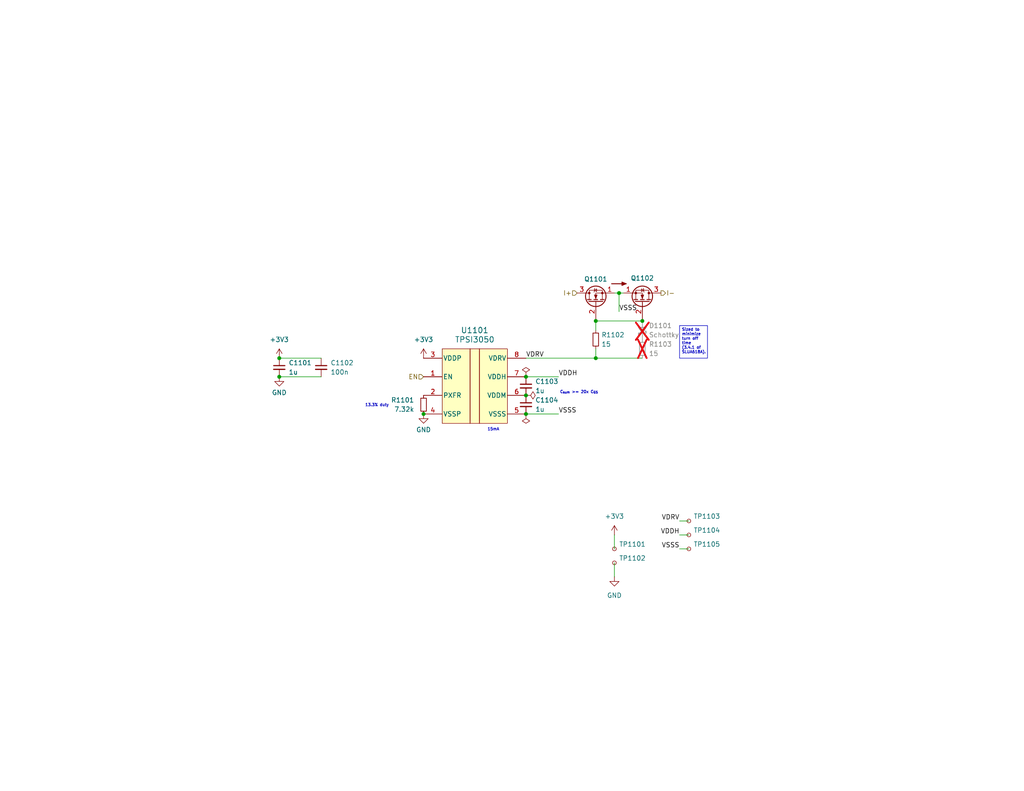
<source format=kicad_sch>
(kicad_sch (version 20231120) (generator "eeschema") (generator_version "8.0")
  (paper "USLetter")
  (title_block (title "Mighty MPPT") (date "2024-08-31") (rev "v0.1.0rc") (comment 1 "Matthew Yu") (comment 2 "Jacob Pustilnik"))
  (lib_symbols
    (symbol "Connector:TestPoint_Small" (pin_numbers hide) (pin_names (offset 0.762) hide)
      (property "Reference" "TP" (at 0 3.81 0))
      (property "Value" "TestPoint_Small" (at 0 2.032 0))
      (symbol "TestPoint_Small_0_1"
        (circle (center 0 0) (radius 0.508))
      )
      (symbol "TestPoint_Small_1_1"
        (pin passive line (at 0 0 90) (length 0) (name "1") (number "1"))
      )
    )
    (symbol "Device:C_Small" (pin_numbers hide) (pin_names (offset 0.254) hide)
      (property "Reference" "C" (at 0.254 1.778 0))
      (property "Value" "C_Small" (at 0.254 -2.032 0))
      (symbol "C_Small_0_1"
        (polyline (pts (xy -1.524 -0.508) (xy 1.524 -0.508)) (stroke (width 0.3302)))
        (polyline (pts (xy -1.524 0.508) (xy 1.524 0.508)) (stroke (width 0.3048)))
      )
      (symbol "C_Small_1_1"
        (pin passive line (at 0 2.54 270) (length 2.032) (name "~") (number "1"))
        (pin passive line (at 0 -2.54 90) (length 2.032) (name "~") (number "2"))
      )
    )
    (symbol "Device:D_Schottky_Small" (pin_numbers hide) (pin_names (offset 0.254) hide)
      (property "Reference" "D" (at -1.27 2.032 0))
      (property "Value" "D_Schottky_Small" (at -7.112 -2.032 0))
      (symbol "D_Schottky_Small_0_1"
        (polyline (pts (xy -0.762 0) (xy 0.762 0)))
        (polyline (pts (xy 0.762 -1.016) (xy -0.762 0) (xy 0.762 1.016) (xy 0.762 -1.016)) (stroke (width 0.254)))
        (polyline (pts (xy -1.27 0.762) (xy -1.27 1.016) (xy -0.762 1.016) (xy -0.762 -1.016) (xy -0.254 -1.016) (xy -0.254 -0.762)) (stroke (width 0.254)))
      )
      (symbol "D_Schottky_Small_1_1"
        (pin passive line (at -2.54 0 0) (length 1.778) (name "K") (number "1"))
        (pin passive line (at 2.54 0 180) (length 1.778) (name "A") (number "2"))
      )
    )
    (symbol "Device:Q_NMOS_SGD" (pin_names (offset 0) hide)
      (property "Reference" "Q" (at 5.08 1.27 0))
      (property "Value" "Q_NMOS_SGD" (at 5.08 -1.27 0))
      (symbol "Q_NMOS_SGD_0_1"
        (polyline (pts (xy 0.254 0) (xy -2.54 0)))
        (polyline (pts (xy 0.254 1.905) (xy 0.254 -1.905)) (stroke (width 0.254)))
        (polyline (pts (xy 0.762 -1.27) (xy 0.762 -2.286)) (stroke (width 0.254)))
        (polyline (pts (xy 0.762 0.508) (xy 0.762 -0.508)) (stroke (width 0.254)))
        (polyline (pts (xy 0.762 2.286) (xy 0.762 1.27)) (stroke (width 0.254)))
        (polyline (pts (xy 2.54 2.54) (xy 2.54 1.778)))
        (polyline (pts (xy 2.54 -2.54) (xy 2.54 0) (xy 0.762 0)))
        (polyline (pts (xy 0.762 -1.778) (xy 3.302 -1.778) (xy 3.302 1.778) (xy 0.762 1.778)))
        (polyline (pts (xy 1.016 0) (xy 2.032 0.381) (xy 2.032 -0.381) (xy 1.016 0)) (fill (type outline)))
        (polyline (pts (xy 2.794 0.508) (xy 2.921 0.381) (xy 3.683 0.381) (xy 3.81 0.254)))
        (polyline (pts (xy 3.302 0.381) (xy 2.921 -0.254) (xy 3.683 -0.254) (xy 3.302 0.381)))
        (circle (center 1.651 0) (radius 2.794) (stroke (width 0.254)))
        (circle (center 2.54 -1.778) (radius 0.254) (fill (type outline)))
        (circle (center 2.54 1.778) (radius 0.254) (fill (type outline)))
      )
      (symbol "Q_NMOS_SGD_1_1"
        (pin passive line (at 2.54 -5.08 90) (length 2.54) (name "S") (number "1"))
        (pin input line (at -5.08 0 0) (length 5.08) (name "G") (number "2"))
        (pin passive line (at 2.54 5.08 270) (length 2.54) (name "D") (number "3"))
      )
    )
    (symbol "Device:R_Small" (pin_numbers hide) (pin_names (offset 0.254) hide)
      (property "Reference" "R" (at 0.762 0.508 0))
      (property "Value" "R_Small" (at 0.762 -1.016 0))
      (symbol "R_Small_0_1"
        (rectangle (start -0.762 1.778) (end 0.762 -1.778) (stroke (width 0.2032)))
      )
      (symbol "R_Small_1_1"
        (pin passive line (at 0 2.54 270) (length 0.762) (name "~") (number "1"))
        (pin passive line (at 0 -2.54 90) (length 0.762) (name "~") (number "2"))
      )
    )
    (symbol "Graphic:SYM_Arrow_Small" (in_bom no) (on_board no)
      (symbol "SYM_Arrow_Small_0_1"
        (polyline (pts (xy 1.524 0) (xy -2.032 0)) (stroke (width 0.254)))
        (polyline (pts (xy 2.032 0) (xy 0.762 -0.508) (xy 0.762 0.508) (xy 2.032 0)) (fill (type outline)))
      )
    )
    (symbol "power:+3V3" (power) (pin_numbers hide) (pin_names (offset 0) hide)
      (property "Value" "+3V3" (at 0 3.556 0))
      (symbol "+3V3_0_1"
        (polyline (pts (xy -0.762 1.27) (xy 0 2.54)))
        (polyline (pts (xy 0 0) (xy 0 2.54)))
        (polyline (pts (xy 0 2.54) (xy 0.762 1.27)))
      )
      (symbol "+3V3_1_1"
        (pin power_in line (at 0 0 90) (length 0) (name "~") (number "1"))
      )
    )
    (symbol "power:GND" (power) (pin_numbers hide) (pin_names (offset 0) hide)
      (property "Value" "GND" (at 0 -3.81 0))
      (symbol "GND_0_1"
        (polyline (pts (xy 0 0) (xy 0 -1.27) (xy 1.27 -1.27) (xy 0 -2.54) (xy -1.27 -1.27) (xy 0 -1.27)))
      )
      (symbol "GND_1_1"
        (pin power_in line (at 0 0 270) (length 0) (name "~") (number "1"))
      )
    )
    (symbol "power:PWR_FLAG" (power) (pin_numbers hide) (pin_names (offset 0) hide)
      (property "Value" "PWR_FLAG" (at 0 3.81 0))
      (symbol "PWR_FLAG_0_0"
        (pin power_out line (at 0 0 90) (length 0) (name "~") (number "1"))
      )
      (symbol "PWR_FLAG_0_1"
        (polyline (pts (xy 0 0) (xy 0 1.27) (xy -1.016 1.905) (xy 0 2.54) (xy 1.016 1.905) (xy 0 1.27)))
      )
    )
    (symbol "ti_TPS3050:TPSI3050QDWZRQ1" (pin_names (offset 0.254))
      (property "Reference" "U" (at 0 14.478 0))
      (property "Value" "TPSI3050" (at 0 11.938 0))
      (symbol "TPSI3050QDWZRQ1_0_1"
        (polyline (pts (xy -1.27 10.16) (xy -1.27 -10.16)) (stroke (width 0.2032)))
        (polyline (pts (xy 1.27 10.16) (xy 1.27 -10.16)) (stroke (width 0.2032)))
        (pin input line (at -13.97 2.54 0) (length 5.08) (name "EN") (number "1"))
        (pin power_in line (at -13.97 7.62 0) (length 5.08) (name "VDDP") (number "3"))
        (pin power_in line (at -13.97 -7.62 0) (length 5.08) (name "VSSP") (number "4"))
        (pin power_in line (at 13.97 -7.62 180) (length 5.08) (name "VSSS") (number "5"))
        (pin power_in line (at 13.97 -2.54 180) (length 5.08) (name "VDDM") (number "6"))
        (pin power_in line (at 13.97 2.54 180) (length 5.08) (name "VDDH") (number "7"))
      )
      (symbol "TPSI3050QDWZRQ1_1_1"
        (rectangle (start -8.89 10.16) (end 8.89 -10.16) (fill (type background)))
        (pin passive line (at -13.97 -2.54 0) (length 5.08) (name "PXFR") (number "2"))
        (pin passive line (at 13.97 7.62 180) (length 5.08) (name "VDRV") (number "8"))
      )
    )
  )
  (junction (at 162.56 97.79))
  (junction (at 162.56 87.63))
  (junction (at 76.2 102.87))
  (junction (at 143.51 107.95))
  (junction (at 175.26 87.63))
  (junction (at 168.91 80.01))
  (junction (at 76.2 97.79))
  (junction (at 143.51 102.87))
  (junction (at 115.57 113.03))
  (junction (at 143.51 113.03))
  (wire (pts (xy 162.56 87.63) (xy 175.26 87.63)))
  (wire (pts (xy 167.64 146.05) (xy 167.64 149.86)))
  (wire (pts (xy 167.64 80.01) (xy 168.91 80.01)))
  (wire (pts (xy 168.91 80.01) (xy 168.91 85.09)))
  (wire (pts (xy 168.91 80.01) (xy 170.18 80.01)))
  (wire (pts (xy 87.63 97.79) (xy 76.2 97.79)))
  (wire (pts (xy 162.56 90.17) (xy 162.56 87.63)))
  (wire (pts (xy 167.64 153.67) (xy 167.64 157.48)))
  (wire (pts (xy 185.42 142.24) (xy 187.96 142.24)))
  (wire (pts (xy 143.51 113.03) (xy 152.4 113.03)))
  (wire (pts (xy 162.56 97.79) (xy 175.26 97.79)))
  (wire (pts (xy 162.56 95.25) (xy 162.56 97.79)))
  (wire (pts (xy 185.42 146.05) (xy 187.96 146.05)))
  (wire (pts (xy 76.2 102.87) (xy 87.63 102.87)))
  (wire (pts (xy 143.51 97.79) (xy 162.56 97.79)))
  (wire (pts (xy 185.42 149.86) (xy 187.96 149.86)))
  (wire (pts (xy 143.51 102.87) (xy 152.4 102.87)))
  (text_box "Sized to minimize turn off time (3.4.1 of SLUA618A)." (at 185.42 88.9 0) (size 7.62 8.89) (effects (font (size 0.762 0.762)) (justify left top)))
  (text "13.3% duty" (at 102.87 110.744 0) (effects (font (size 0.762 0.762))))
  (text "15mA" (at 134.62 117.348 0) (effects (font (size 0.762 0.762))))
  (text "C_{sum} >= 20x C_{GS}\n" (at 157.988 107.188 0) (effects (font (size 0.762 0.762))))
  (label "VDRV" (at 143.51 97.79 0))
  (label "VDDH" (at 152.4 102.87 0))
  (label "VDDH" (at 185.42 146.05 180))
  (label "VSSS" (at 168.91 85.09 0))
  (label "VDRV" (at 185.42 142.24 180))
  (label "VSSS" (at 152.4 113.03 0))
  (label "VSSS" (at 185.42 149.86 180))
  (hierarchical_label "EN" (shape input) (at 115.57 102.87 180))
  (hierarchical_label "I-" (shape output) (at 180.34 80.01 0))
  (hierarchical_label "I+" (shape input) (at 157.48 80.01 180))
  (symbol (lib_id "ti_TPS3050:TPSI3050QDWZRQ1") (at 129.54 105.41 0) (unit 1)
    (property "Reference" "U1101" (at 129.54 90.17 0) (effects (font (size 1.524 1.524))))
    (property "Value" "TPSI3050" (at 129.54 92.71 0) (effects (font (size 1.524 1.524))))
    (property "Footprint" "footprints:ti_TPS3050_DWZ" (effects (hide yes)))
    (property "Datasheet" "https://www.ti.com/lit/ds/symlink/tpsi3050-q1.pdf?ts=1717093105675&ref_url=https%253A%252F%252Fwww.ti.com%252Fproduct%252FTPSI3050-Q1" (effects (hide yes)))
    (property "Manufacturer" "Texas Instruments" (effects (hide yes)))
    (property "P/N" "TPSI3050QDWZRQ1" (effects (hide yes)))
    (instances (project "mppt" (path "" (reference "U1101") (unit 1)) (path "" (reference "U1201") (unit 1))))
  )
  (symbol (lib_id "Device:Q_NMOS_SGD") (at 175.26 82.55 270) (mirror x) (unit 1)
    (property "Reference" "Q1102" (at 175.26 75.946 90))
    (property "Value" "Q_NMOS_SGD" (effects (hide yes)))
    (property "Footprint" "Package_SO:PowerPAK_SO-8_Single" (effects (hide yes)))
    (property "Datasheet" "https://www.vishay.com/doc?78218" (effects (hide yes)))
    (property "Description" "N-MOSFET transistor, source/gate/drain" (effects (hide yes)))
    (property "Manufacturer" " Vishay / Siliconix " (effects (hide yes)))
    (property "P/N" " SIR570DP-T1-RE3 " (effects (hide yes)))
    (instances (project "mppt" (path "" (reference "Q1102") (unit 1)) (path "" (reference "Q1202") (unit 1))))
  )
  (symbol (lib_id "Connector:TestPoint_Small") (at 187.96 149.86 0) (unit 1)
    (property "Reference" "TP1105" (at 189.23 148.5899 0) (effects (justify left)))
    (property "Value" "TestPoint_Small" (effects (hide yes)))
    (property "Footprint" "TestPoint:TestPoint_Pad_D1.0mm" (effects (hide yes)))
    (property "Description" "test point" (effects (hide yes)))
    (instances (project "mppt" (path "" (reference "TP1105") (unit 1)) (path "" (reference "TP1205") (unit 1))))
  )
  (symbol (lib_id "Connector:TestPoint_Small") (at 187.96 146.05 0) (unit 1)
    (property "Reference" "TP1104" (at 189.23 144.7799 0) (effects (justify left)))
    (property "Value" "TestPoint_Small" (effects (hide yes)))
    (property "Footprint" "TestPoint:TestPoint_Pad_D1.0mm" (effects (hide yes)))
    (property "Description" "test point" (effects (hide yes)))
    (instances (project "mppt" (path "" (reference "TP1104") (unit 1)) (path "" (reference "TP1204") (unit 1))))
  )
  (symbol (lib_id "power:PWR_FLAG") (at 143.51 113.03 180) (unit 1)
    (property "Reference" "#FLG01103" (effects (hide yes)))
    (property "Value" "PWR_FLAG" (effects (hide yes)))
    (property "Description" "Special symbol for telling ERC where power comes from" (effects (hide yes)))
    (instances (project "mppt" (path "" (reference "#FLG01103") (unit 1)) (path "" (reference "#FLG01203") (unit 1))))
  )
  (symbol (lib_id "Device:R_Small") (at 162.56 92.71 0) (unit 1)
    (property "Reference" "R1102" (at 164.084 91.44 0) (effects (justify left)))
    (property "Value" "15" (at 164.084 93.98 0) (effects (justify left)))
    (property "Footprint" "Resistor_SMD:R_1210_3225Metric_Pad1.30x2.65mm_HandSolder" (effects (hide yes)))
    (property "Datasheet" "https://www.vishay.com/docs/20035/dcrcwe3.pdf" (effects (hide yes)))
    (property "Description" "Resistor, small symbol" (effects (hide yes)))
    (property "Manufacturer" "Vishay / Dale" (effects (hide yes)))
    (property "P/N" "CRCW121015R0FKEA " (effects (hide yes)))
    (property "Notes" "0.5A peak source current." (effects (hide yes)))
    (instances (project "mppt" (path "" (reference "R1102") (unit 1)) (path "" (reference "R1202") (unit 1))))
  )
  (symbol (lib_id "Device:R_Small") (at 115.57 110.49 0) (unit 1)
    (property "Reference" "R1101" (at 113.03 109.2199 0) (effects (justify right)))
    (property "Value" "7.32k" (at 113.03 111.7599 0) (effects (justify right)))
    (property "Footprint" "Resistor_SMD:R_0603_1608Metric_Pad0.98x0.95mm_HandSolder" (effects (hide yes)))
    (property "Datasheet" "https://www.vishay.com/doc?30332" (effects (hide yes)))
    (property "Description" "Resistor, small symbol" (effects (hide yes)))
    (property "Manufacturer" "Vishay / Dale" (effects (hide yes)))
    (property "P/N" "CRCW06037K32FKEA " (effects (hide yes)))
    (instances (project "mppt" (path "" (reference "R1101") (unit 1)) (path "" (reference "R1201") (unit 1))))
  )
  (symbol (lib_id "power:+3V3") (at 76.2 97.79 0) (mirror y) (unit 1)
    (property "Reference" "#PWR01101" (effects (hide yes)))
    (property "Value" "+3V3" (at 76.2 92.71 0))
    (property "Description" "Power symbol creates a global label with name \"+3V3\"" (effects (hide yes)))
    (instances (project "mppt" (path "" (reference "#PWR01101") (unit 1)) (path "" (reference "#PWR01201") (unit 1))))
  )
  (symbol (lib_id "power:PWR_FLAG") (at 143.51 107.95 270) (unit 1)
    (property "Reference" "#FLG01102" (effects (hide yes)))
    (property "Value" "PWR_FLAG" (effects (hide yes)))
    (property "Description" "Special symbol for telling ERC where power comes from" (effects (hide yes)))
    (instances (project "mppt" (path "" (reference "#FLG01102") (unit 1)) (path "" (reference "#FLG01202") (unit 1))))
  )
  (symbol (lib_id "power:+3V3") (at 115.57 97.79 0) (mirror y) (unit 1)
    (property "Reference" "#PWR01103" (effects (hide yes)))
    (property "Value" "+3V3" (at 115.57 92.71 0))
    (property "Description" "Power symbol creates a global label with name \"+3V3\"" (effects (hide yes)))
    (instances (project "mppt" (path "" (reference "#PWR01103") (unit 1)) (path "" (reference "#PWR01203") (unit 1))))
  )
  (symbol (lib_id "Graphic:SYM_Arrow_Small") (at 168.91 77.47 0) (unit 1) (in_bom no) (on_board no)
    (property "Reference" "#SYM1101" (effects (hide yes)))
    (property "Value" "SYM_Arrow_Small" (effects (hide yes)))
    (property "Description" "Filled arrow, 160mil" (effects (hide yes)))
    (instances (project "" (path "" (reference "#SYM1101") (unit 1)) (path "" (reference "#SYM1201") (unit 1))))
  )
  (symbol (lib_id "Device:D_Schottky_Small") (at 175.26 90.17 90) (unit 1) (dnp yes)
    (property "Reference" "D1101" (at 177.038 88.9 90) (effects (justify right)))
    (property "Value" "Schottky" (at 177.038 91.44 90) (effects (justify right)))
    (property "Footprint" "Diode_SMD:D_SOD-123F" (effects (hide yes)))
    (property "Datasheet" "https://www.mouser.com/datasheet/2/115/DIOD_S_A0002960396_1-2542090.pdf" (effects (hide yes)))
    (property "Description" "Schottky diode, small symbol" (effects (hide yes)))
    (property "Manufacturer" "Diodes Incorporated" (effects (hide yes)))
    (property "P/N" " SBR3U40S1F-7 " (effects (hide yes)))
    (instances (project "mppt" (path "" (reference "D1101") (unit 1)) (path "" (reference "D1201") (unit 1))))
  )
  (symbol (lib_id "Device:R_Small") (at 175.26 95.25 0) (unit 1) (dnp yes)
    (property "Reference" "R1103" (at 177.038 93.98 0) (effects (justify left)))
    (property "Value" "15" (at 177.038 96.52 0) (effects (justify left)))
    (property "Footprint" "Resistor_SMD:R_1210_3225Metric_Pad1.30x2.65mm_HandSolder" (effects (hide yes)))
    (property "Datasheet" "https://www.vishay.com/docs/20035/dcrcwe3.pdf" (effects (hide yes)))
    (property "Description" "Resistor, small symbol" (effects (hide yes)))
    (property "Manufacturer" "Vishay / Dale" (effects (hide yes)))
    (property "P/N" "CRCW121015R0FKEA " (effects (hide yes)))
    (property "Notes" "1A peak sink current." (effects (hide yes)))
    (instances (project "mppt" (path "" (reference "R1103") (unit 1)) (path "" (reference "R1203") (unit 1))))
  )
  (symbol (lib_id "power:GND") (at 167.64 157.48 0) (unit 1)
    (property "Reference" "#PWR01106" (effects (hide yes)))
    (property "Value" "GND" (at 167.64 162.56 0))
    (property "Description" "Power symbol creates a global label with name \"GND\" , ground" (effects (hide yes)))
    (instances (project "mppt" (path "" (reference "#PWR01106") (unit 1)) (path "" (reference "#PWR01206") (unit 1))))
  )
  (symbol (lib_id "Device:C_Small") (at 143.51 105.41 0) (unit 1)
    (property "Reference" "C1103" (at 146.05 104.1462 0) (effects (justify left)))
    (property "Value" "1u" (at 146.05 106.6862 0) (effects (justify left)))
    (property "Footprint" "Capacitor_SMD:C_0603_1608Metric_Pad1.08x0.95mm_HandSolder" (effects (hide yes)))
    (property "Datasheet" "https://product.tdk.com/en/search/capacitor/ceramic/mlcc/info?part_no=CGA3E1X7R1V105K080AC" (effects (hide yes)))
    (property "Description" "Unpolarized capacitor, small symbol" (effects (hide yes)))
    (property "Manufacturer" "TDK" (effects (hide yes)))
    (property "P/N" "CGA3E1X7R1V105K080AC" (effects (hide yes)))
    (property "Notes" " 10V Rating" (effects (hide yes)))
    (instances (project "mppt" (path "" (reference "C1103") (unit 1)) (path "" (reference "C1203") (unit 1))))
  )
  (symbol (lib_id "Device:C_Small") (at 76.2 100.33 0) (unit 1)
    (property "Reference" "C1101" (at 78.74 99.0662 0) (effects (justify left)))
    (property "Value" "1u" (at 78.74 101.6062 0) (effects (justify left)))
    (property "Footprint" "Capacitor_SMD:C_0603_1608Metric_Pad1.08x0.95mm_HandSolder" (effects (hide yes)))
    (property "Datasheet" "https://product.tdk.com/en/search/capacitor/ceramic/mlcc/info?part_no=CGA3E1X7R1V105K080AC" (effects (hide yes)))
    (property "Description" "Unpolarized capacitor, small symbol" (effects (hide yes)))
    (property "Manufacturer" "TDK" (effects (hide yes)))
    (property "P/N" "CGA3E1X7R1V105K080AC" (effects (hide yes)))
    (property "Notes" "3.3V Rating" (effects (hide yes)))
    (instances (project "mppt" (path "" (reference "C1101") (unit 1)) (path "" (reference "C1201") (unit 1))))
  )
  (symbol (lib_id "power:GND") (at 115.57 113.03 0) (unit 1)
    (property "Reference" "#PWR01104" (effects (hide yes)))
    (property "Value" "GND" (at 115.57 117.348 0))
    (property "Description" "Power symbol creates a global label with name \"GND\" , ground" (effects (hide yes)))
    (instances (project "mppt" (path "" (reference "#PWR01104") (unit 1)) (path "" (reference "#PWR01204") (unit 1))))
  )
  (symbol (lib_id "Device:C_Small") (at 87.63 100.33 0) (unit 1)
    (property "Reference" "C1102" (at 90.17 99.0662 0) (effects (justify left)))
    (property "Value" "100n" (at 90.17 101.6062 0) (effects (justify left)))
    (property "Footprint" "Capacitor_SMD:C_0402_1005Metric_Pad0.74x0.62mm_HandSolder" (effects (hide yes)))
    (property "Datasheet" "https://product.tdk.com/en/search/capacitor/ceramic/mlcc/info?part_no=CGA2B3X7R1H104K050BB" (effects (hide yes)))
    (property "Description" "Unpolarized capacitor, small symbol" (effects (hide yes)))
    (property "Manufacturer" "TDK" (effects (hide yes)))
    (property "P/N" "CGA2B3X7R1H104K050BB" (effects (hide yes)))
    (property "Notes" "3.3V Rating" (effects (hide yes)))
    (instances (project "mppt" (path "" (reference "C1102") (unit 1)) (path "" (reference "C1202") (unit 1))))
  )
  (symbol (lib_id "Device:C_Small") (at 143.51 110.49 0) (unit 1)
    (property "Reference" "C1104" (at 146.05 109.2262 0) (effects (justify left)))
    (property "Value" "1u" (at 146.05 111.7662 0) (effects (justify left)))
    (property "Footprint" "Capacitor_SMD:C_0603_1608Metric_Pad1.08x0.95mm_HandSolder" (effects (hide yes)))
    (property "Datasheet" "https://product.tdk.com/en/search/capacitor/ceramic/mlcc/info?part_no=CGA3E1X7R1V105K080AC" (effects (hide yes)))
    (property "Description" "Unpolarized capacitor, small symbol" (effects (hide yes)))
    (property "Manufacturer" "TDK" (effects (hide yes)))
    (property "P/N" "CGA3E1X7R1V105K080AC" (effects (hide yes)))
    (property "Notes" " 10V Rating" (effects (hide yes)))
    (instances (project "mppt" (path "" (reference "C1104") (unit 1)) (path "" (reference "C1204") (unit 1))))
  )
  (symbol (lib_id "power:GND") (at 76.2 102.87 0) (unit 1)
    (property "Reference" "#PWR01102" (effects (hide yes)))
    (property "Value" "GND" (at 76.2 107.188 0))
    (property "Description" "Power symbol creates a global label with name \"GND\" , ground" (effects (hide yes)))
    (instances (project "mppt" (path "" (reference "#PWR01102") (unit 1)) (path "" (reference "#PWR01202") (unit 1))))
  )
  (symbol (lib_id "Device:Q_NMOS_SGD") (at 162.56 82.55 90) (unit 1)
    (property "Reference" "Q1101" (at 162.56 76.2 90))
    (property "Value" "Q_NMOS_SGD" (effects (hide yes)))
    (property "Footprint" "Package_SO:PowerPAK_SO-8_Single" (effects (hide yes)))
    (property "Datasheet" "https://www.vishay.com/doc?78218" (effects (hide yes)))
    (property "Description" "N-MOSFET transistor, source/gate/drain" (effects (hide yes)))
    (property "Manufacturer" " Vishay / Siliconix " (effects (hide yes)))
    (property "P/N" " SIR570DP-T1-RE3 " (effects (hide yes)))
    (instances (project "mppt" (path "" (reference "Q1101") (unit 1)) (path "" (reference "Q1201") (unit 1))))
  )
  (symbol (lib_id "Connector:TestPoint_Small") (at 167.64 153.67 0) (unit 1)
    (property "Reference" "TP1102" (at 168.91 152.3999 0) (effects (justify left)))
    (property "Value" "TestPoint_Small" (effects (hide yes)))
    (property "Footprint" "TestPoint:TestPoint_Pad_D1.0mm" (effects (hide yes)))
    (property "Description" "test point" (effects (hide yes)))
    (instances (project "mppt" (path "" (reference "TP1102") (unit 1)) (path "" (reference "TP1202") (unit 1))))
  )
  (symbol (lib_id "Connector:TestPoint_Small") (at 187.96 142.24 0) (unit 1)
    (property "Reference" "TP1103" (at 189.23 140.9699 0) (effects (justify left)))
    (property "Value" "TestPoint_Small" (effects (hide yes)))
    (property "Footprint" "TestPoint:TestPoint_Pad_D1.0mm" (effects (hide yes)))
    (property "Description" "test point" (effects (hide yes)))
    (instances (project "mppt" (path "" (reference "TP1103") (unit 1)) (path "" (reference "TP1203") (unit 1))))
  )
  (symbol (lib_id "power:PWR_FLAG") (at 143.51 102.87 0) (unit 1)
    (property "Reference" "#FLG01101" (effects (hide yes)))
    (property "Value" "PWR_FLAG" (effects (hide yes)))
    (property "Description" "Special symbol for telling ERC where power comes from" (effects (hide yes)))
    (instances (project "mppt" (path "" (reference "#FLG01101") (unit 1)) (path "" (reference "#FLG01201") (unit 1))))
  )
  (symbol (lib_id "Connector:TestPoint_Small") (at 167.64 149.86 0) (unit 1)
    (property "Reference" "TP1101" (at 168.91 148.5899 0) (effects (justify left)))
    (property "Value" "TestPoint_Small" (effects (hide yes)))
    (property "Footprint" "TestPoint:TestPoint_Pad_D1.0mm" (effects (hide yes)))
    (property "Description" "test point" (effects (hide yes)))
    (instances (project "mppt" (path "" (reference "TP1101") (unit 1)) (path "" (reference "TP1201") (unit 1))))
  )
  (symbol (lib_id "power:+3V3") (at 167.64 146.05 0) (unit 1)
    (property "Reference" "#PWR01105" (effects (hide yes)))
    (property "Value" "+3V3" (at 167.64 140.97 0))
    (property "Description" "Power symbol creates a global label with name \"+3V3\"" (effects (hide yes)))
    (instances (project "mppt" (path "" (reference "#PWR01105") (unit 1)) (path "" (reference "#PWR01205") (unit 1))))
  )
)
</source>
